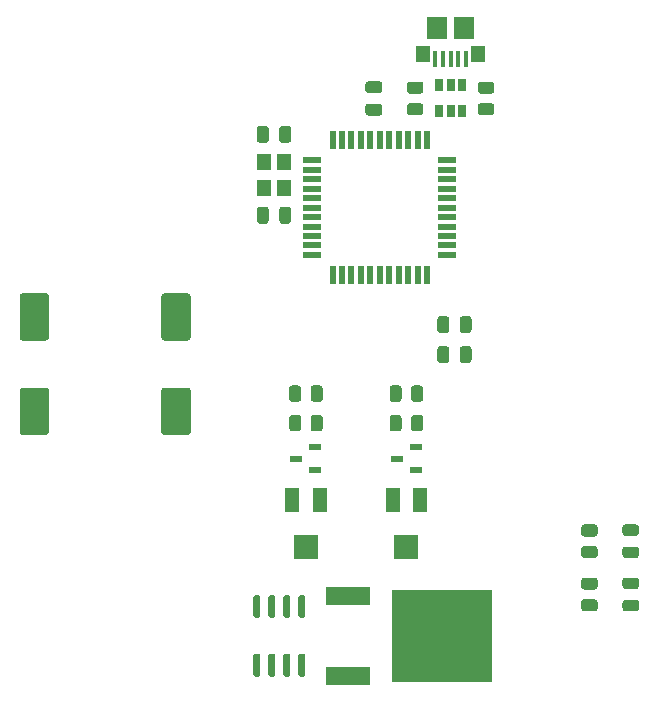
<source format=gbr>
%TF.GenerationSoftware,KiCad,Pcbnew,(5.1.8)-1*%
%TF.CreationDate,2021-08-18T00:45:11+02:00*%
%TF.ProjectId,Haubenblitzer_Treiber,48617562-656e-4626-9c69-747a65725f54,rev?*%
%TF.SameCoordinates,Original*%
%TF.FileFunction,Paste,Top*%
%TF.FilePolarity,Positive*%
%FSLAX46Y46*%
G04 Gerber Fmt 4.6, Leading zero omitted, Abs format (unit mm)*
G04 Created by KiCad (PCBNEW (5.1.8)-1) date 2021-08-18 00:45:11*
%MOMM*%
%LPD*%
G01*
G04 APERTURE LIST*
%ADD10R,0.650000X1.060000*%
%ADD11R,3.810000X1.650000*%
%ADD12R,8.510000X7.870000*%
%ADD13R,1.200000X1.400000*%
%ADD14R,1.300000X2.000000*%
%ADD15R,2.000000X2.000000*%
%ADD16R,1.000000X0.500000*%
%ADD17R,1.500000X0.550000*%
%ADD18R,0.550000X1.500000*%
%ADD19R,1.150000X1.450000*%
%ADD20R,1.750000X1.900000*%
%ADD21R,0.400000X1.400000*%
G04 APERTURE END LIST*
D10*
%TO.C,U5*%
X78250000Y-136400000D03*
X77300000Y-136400000D03*
X79200000Y-136400000D03*
X79200000Y-138600000D03*
X78250000Y-138600000D03*
X77300000Y-138600000D03*
%TD*%
%TO.C,U2*%
G36*
G01*
X65505000Y-184500000D02*
X65805000Y-184500000D01*
G75*
G02*
X65955000Y-184650000I0J-150000D01*
G01*
X65955000Y-186300000D01*
G75*
G02*
X65805000Y-186450000I-150000J0D01*
G01*
X65505000Y-186450000D01*
G75*
G02*
X65355000Y-186300000I0J150000D01*
G01*
X65355000Y-184650000D01*
G75*
G02*
X65505000Y-184500000I150000J0D01*
G01*
G37*
G36*
G01*
X64235000Y-184500000D02*
X64535000Y-184500000D01*
G75*
G02*
X64685000Y-184650000I0J-150000D01*
G01*
X64685000Y-186300000D01*
G75*
G02*
X64535000Y-186450000I-150000J0D01*
G01*
X64235000Y-186450000D01*
G75*
G02*
X64085000Y-186300000I0J150000D01*
G01*
X64085000Y-184650000D01*
G75*
G02*
X64235000Y-184500000I150000J0D01*
G01*
G37*
G36*
G01*
X62965000Y-184500000D02*
X63265000Y-184500000D01*
G75*
G02*
X63415000Y-184650000I0J-150000D01*
G01*
X63415000Y-186300000D01*
G75*
G02*
X63265000Y-186450000I-150000J0D01*
G01*
X62965000Y-186450000D01*
G75*
G02*
X62815000Y-186300000I0J150000D01*
G01*
X62815000Y-184650000D01*
G75*
G02*
X62965000Y-184500000I150000J0D01*
G01*
G37*
G36*
G01*
X61695000Y-184500000D02*
X61995000Y-184500000D01*
G75*
G02*
X62145000Y-184650000I0J-150000D01*
G01*
X62145000Y-186300000D01*
G75*
G02*
X61995000Y-186450000I-150000J0D01*
G01*
X61695000Y-186450000D01*
G75*
G02*
X61545000Y-186300000I0J150000D01*
G01*
X61545000Y-184650000D01*
G75*
G02*
X61695000Y-184500000I150000J0D01*
G01*
G37*
G36*
G01*
X61695000Y-179550000D02*
X61995000Y-179550000D01*
G75*
G02*
X62145000Y-179700000I0J-150000D01*
G01*
X62145000Y-181350000D01*
G75*
G02*
X61995000Y-181500000I-150000J0D01*
G01*
X61695000Y-181500000D01*
G75*
G02*
X61545000Y-181350000I0J150000D01*
G01*
X61545000Y-179700000D01*
G75*
G02*
X61695000Y-179550000I150000J0D01*
G01*
G37*
G36*
G01*
X62965000Y-179550000D02*
X63265000Y-179550000D01*
G75*
G02*
X63415000Y-179700000I0J-150000D01*
G01*
X63415000Y-181350000D01*
G75*
G02*
X63265000Y-181500000I-150000J0D01*
G01*
X62965000Y-181500000D01*
G75*
G02*
X62815000Y-181350000I0J150000D01*
G01*
X62815000Y-179700000D01*
G75*
G02*
X62965000Y-179550000I150000J0D01*
G01*
G37*
G36*
G01*
X64235000Y-179550000D02*
X64535000Y-179550000D01*
G75*
G02*
X64685000Y-179700000I0J-150000D01*
G01*
X64685000Y-181350000D01*
G75*
G02*
X64535000Y-181500000I-150000J0D01*
G01*
X64235000Y-181500000D01*
G75*
G02*
X64085000Y-181350000I0J150000D01*
G01*
X64085000Y-179700000D01*
G75*
G02*
X64235000Y-179550000I150000J0D01*
G01*
G37*
G36*
G01*
X65505000Y-179550000D02*
X65805000Y-179550000D01*
G75*
G02*
X65955000Y-179700000I0J-150000D01*
G01*
X65955000Y-181350000D01*
G75*
G02*
X65805000Y-181500000I-150000J0D01*
G01*
X65505000Y-181500000D01*
G75*
G02*
X65355000Y-181350000I0J150000D01*
G01*
X65355000Y-179700000D01*
G75*
G02*
X65505000Y-179550000I150000J0D01*
G01*
G37*
%TD*%
%TO.C,R9*%
G36*
G01*
X90450002Y-174600000D02*
X89549998Y-174600000D01*
G75*
G02*
X89300000Y-174350002I0J249998D01*
G01*
X89300000Y-173824998D01*
G75*
G02*
X89549998Y-173575000I249998J0D01*
G01*
X90450002Y-173575000D01*
G75*
G02*
X90700000Y-173824998I0J-249998D01*
G01*
X90700000Y-174350002D01*
G75*
G02*
X90450002Y-174600000I-249998J0D01*
G01*
G37*
G36*
G01*
X90450002Y-176425000D02*
X89549998Y-176425000D01*
G75*
G02*
X89300000Y-176175002I0J249998D01*
G01*
X89300000Y-175649998D01*
G75*
G02*
X89549998Y-175400000I249998J0D01*
G01*
X90450002Y-175400000D01*
G75*
G02*
X90700000Y-175649998I0J-249998D01*
G01*
X90700000Y-176175002D01*
G75*
G02*
X90450002Y-176425000I-249998J0D01*
G01*
G37*
%TD*%
%TO.C,R8*%
G36*
G01*
X90450002Y-179100000D02*
X89549998Y-179100000D01*
G75*
G02*
X89300000Y-178850002I0J249998D01*
G01*
X89300000Y-178324998D01*
G75*
G02*
X89549998Y-178075000I249998J0D01*
G01*
X90450002Y-178075000D01*
G75*
G02*
X90700000Y-178324998I0J-249998D01*
G01*
X90700000Y-178850002D01*
G75*
G02*
X90450002Y-179100000I-249998J0D01*
G01*
G37*
G36*
G01*
X90450002Y-180925000D02*
X89549998Y-180925000D01*
G75*
G02*
X89300000Y-180675002I0J249998D01*
G01*
X89300000Y-180149998D01*
G75*
G02*
X89549998Y-179900000I249998J0D01*
G01*
X90450002Y-179900000D01*
G75*
G02*
X90700000Y-180149998I0J-249998D01*
G01*
X90700000Y-180675002D01*
G75*
G02*
X90450002Y-180925000I-249998J0D01*
G01*
G37*
%TD*%
%TO.C,R7*%
G36*
G01*
X74100000Y-162049998D02*
X74100000Y-162950002D01*
G75*
G02*
X73850002Y-163200000I-249998J0D01*
G01*
X73324998Y-163200000D01*
G75*
G02*
X73075000Y-162950002I0J249998D01*
G01*
X73075000Y-162049998D01*
G75*
G02*
X73324998Y-161800000I249998J0D01*
G01*
X73850002Y-161800000D01*
G75*
G02*
X74100000Y-162049998I0J-249998D01*
G01*
G37*
G36*
G01*
X75925000Y-162049998D02*
X75925000Y-162950002D01*
G75*
G02*
X75675002Y-163200000I-249998J0D01*
G01*
X75149998Y-163200000D01*
G75*
G02*
X74900000Y-162950002I0J249998D01*
G01*
X74900000Y-162049998D01*
G75*
G02*
X75149998Y-161800000I249998J0D01*
G01*
X75675002Y-161800000D01*
G75*
G02*
X75925000Y-162049998I0J-249998D01*
G01*
G37*
%TD*%
%TO.C,R6*%
G36*
G01*
X74900000Y-165450002D02*
X74900000Y-164549998D01*
G75*
G02*
X75149998Y-164300000I249998J0D01*
G01*
X75675002Y-164300000D01*
G75*
G02*
X75925000Y-164549998I0J-249998D01*
G01*
X75925000Y-165450002D01*
G75*
G02*
X75675002Y-165700000I-249998J0D01*
G01*
X75149998Y-165700000D01*
G75*
G02*
X74900000Y-165450002I0J249998D01*
G01*
G37*
G36*
G01*
X73075000Y-165450002D02*
X73075000Y-164549998D01*
G75*
G02*
X73324998Y-164300000I249998J0D01*
G01*
X73850002Y-164300000D01*
G75*
G02*
X74100000Y-164549998I0J-249998D01*
G01*
X74100000Y-165450002D01*
G75*
G02*
X73850002Y-165700000I-249998J0D01*
G01*
X73324998Y-165700000D01*
G75*
G02*
X73075000Y-165450002I0J249998D01*
G01*
G37*
%TD*%
%TO.C,R5*%
G36*
G01*
X65600000Y-162049998D02*
X65600000Y-162950002D01*
G75*
G02*
X65350002Y-163200000I-249998J0D01*
G01*
X64824998Y-163200000D01*
G75*
G02*
X64575000Y-162950002I0J249998D01*
G01*
X64575000Y-162049998D01*
G75*
G02*
X64824998Y-161800000I249998J0D01*
G01*
X65350002Y-161800000D01*
G75*
G02*
X65600000Y-162049998I0J-249998D01*
G01*
G37*
G36*
G01*
X67425000Y-162049998D02*
X67425000Y-162950002D01*
G75*
G02*
X67175002Y-163200000I-249998J0D01*
G01*
X66649998Y-163200000D01*
G75*
G02*
X66400000Y-162950002I0J249998D01*
G01*
X66400000Y-162049998D01*
G75*
G02*
X66649998Y-161800000I249998J0D01*
G01*
X67175002Y-161800000D01*
G75*
G02*
X67425000Y-162049998I0J-249998D01*
G01*
G37*
%TD*%
%TO.C,R4*%
G36*
G01*
X66400000Y-165450002D02*
X66400000Y-164549998D01*
G75*
G02*
X66649998Y-164300000I249998J0D01*
G01*
X67175002Y-164300000D01*
G75*
G02*
X67425000Y-164549998I0J-249998D01*
G01*
X67425000Y-165450002D01*
G75*
G02*
X67175002Y-165700000I-249998J0D01*
G01*
X66649998Y-165700000D01*
G75*
G02*
X66400000Y-165450002I0J249998D01*
G01*
G37*
G36*
G01*
X64575000Y-165450002D02*
X64575000Y-164549998D01*
G75*
G02*
X64824998Y-164300000I249998J0D01*
G01*
X65350002Y-164300000D01*
G75*
G02*
X65600000Y-164549998I0J-249998D01*
G01*
X65600000Y-165450002D01*
G75*
G02*
X65350002Y-165700000I-249998J0D01*
G01*
X64824998Y-165700000D01*
G75*
G02*
X64575000Y-165450002I0J249998D01*
G01*
G37*
%TD*%
%TO.C,D2*%
G36*
G01*
X93956250Y-174550000D02*
X93043750Y-174550000D01*
G75*
G02*
X92800000Y-174306250I0J243750D01*
G01*
X92800000Y-173818750D01*
G75*
G02*
X93043750Y-173575000I243750J0D01*
G01*
X93956250Y-173575000D01*
G75*
G02*
X94200000Y-173818750I0J-243750D01*
G01*
X94200000Y-174306250D01*
G75*
G02*
X93956250Y-174550000I-243750J0D01*
G01*
G37*
G36*
G01*
X93956250Y-176425000D02*
X93043750Y-176425000D01*
G75*
G02*
X92800000Y-176181250I0J243750D01*
G01*
X92800000Y-175693750D01*
G75*
G02*
X93043750Y-175450000I243750J0D01*
G01*
X93956250Y-175450000D01*
G75*
G02*
X94200000Y-175693750I0J-243750D01*
G01*
X94200000Y-176181250D01*
G75*
G02*
X93956250Y-176425000I-243750J0D01*
G01*
G37*
%TD*%
%TO.C,D1*%
G36*
G01*
X93956250Y-179050000D02*
X93043750Y-179050000D01*
G75*
G02*
X92800000Y-178806250I0J243750D01*
G01*
X92800000Y-178318750D01*
G75*
G02*
X93043750Y-178075000I243750J0D01*
G01*
X93956250Y-178075000D01*
G75*
G02*
X94200000Y-178318750I0J-243750D01*
G01*
X94200000Y-178806250D01*
G75*
G02*
X93956250Y-179050000I-243750J0D01*
G01*
G37*
G36*
G01*
X93956250Y-180925000D02*
X93043750Y-180925000D01*
G75*
G02*
X92800000Y-180681250I0J243750D01*
G01*
X92800000Y-180193750D01*
G75*
G02*
X93043750Y-179950000I243750J0D01*
G01*
X93956250Y-179950000D01*
G75*
G02*
X94200000Y-180193750I0J-243750D01*
G01*
X94200000Y-180681250D01*
G75*
G02*
X93956250Y-180925000I-243750J0D01*
G01*
G37*
%TD*%
%TO.C,C2*%
G36*
G01*
X42000000Y-162000000D02*
X44000000Y-162000000D01*
G75*
G02*
X44250000Y-162250000I0J-250000D01*
G01*
X44250000Y-165750000D01*
G75*
G02*
X44000000Y-166000000I-250000J0D01*
G01*
X42000000Y-166000000D01*
G75*
G02*
X41750000Y-165750000I0J250000D01*
G01*
X41750000Y-162250000D01*
G75*
G02*
X42000000Y-162000000I250000J0D01*
G01*
G37*
G36*
G01*
X42000000Y-154000000D02*
X44000000Y-154000000D01*
G75*
G02*
X44250000Y-154250000I0J-250000D01*
G01*
X44250000Y-157750000D01*
G75*
G02*
X44000000Y-158000000I-250000J0D01*
G01*
X42000000Y-158000000D01*
G75*
G02*
X41750000Y-157750000I0J250000D01*
G01*
X41750000Y-154250000D01*
G75*
G02*
X42000000Y-154000000I250000J0D01*
G01*
G37*
%TD*%
%TO.C,C1*%
G36*
G01*
X54000000Y-162000000D02*
X56000000Y-162000000D01*
G75*
G02*
X56250000Y-162250000I0J-250000D01*
G01*
X56250000Y-165750000D01*
G75*
G02*
X56000000Y-166000000I-250000J0D01*
G01*
X54000000Y-166000000D01*
G75*
G02*
X53750000Y-165750000I0J250000D01*
G01*
X53750000Y-162250000D01*
G75*
G02*
X54000000Y-162000000I250000J0D01*
G01*
G37*
G36*
G01*
X54000000Y-154000000D02*
X56000000Y-154000000D01*
G75*
G02*
X56250000Y-154250000I0J-250000D01*
G01*
X56250000Y-157750000D01*
G75*
G02*
X56000000Y-158000000I-250000J0D01*
G01*
X54000000Y-158000000D01*
G75*
G02*
X53750000Y-157750000I0J250000D01*
G01*
X53750000Y-154250000D01*
G75*
G02*
X54000000Y-154000000I250000J0D01*
G01*
G37*
%TD*%
D11*
%TO.C,R1*%
X69595000Y-186365000D03*
D12*
X77535000Y-183000000D03*
D11*
X69595000Y-179635000D03*
%TD*%
D13*
%TO.C,Y1*%
X62445000Y-145100000D03*
X62445000Y-142900000D03*
X64145000Y-142900000D03*
X64145000Y-145100000D03*
%TD*%
D14*
%TO.C,RV2*%
X75650000Y-171500000D03*
D15*
X74500000Y-175500000D03*
D14*
X73350000Y-171500000D03*
%TD*%
%TO.C,RV1*%
X67150000Y-171500000D03*
D15*
X66000000Y-175500000D03*
D14*
X64850000Y-171500000D03*
%TD*%
D16*
%TO.C,Q2*%
X75300000Y-167000000D03*
X75300000Y-169000000D03*
X73700000Y-168000000D03*
%TD*%
%TO.C,Q1*%
X66800000Y-167000000D03*
X66800000Y-169000000D03*
X65200000Y-168000000D03*
%TD*%
D17*
%TO.C,U1*%
X77950000Y-142750000D03*
X77950000Y-143550000D03*
X77950000Y-144350000D03*
X77950000Y-145150000D03*
X77950000Y-145950000D03*
X77950000Y-146750000D03*
X77950000Y-147550000D03*
X77950000Y-148350000D03*
X77950000Y-149150000D03*
X77950000Y-149950000D03*
X77950000Y-150750000D03*
D18*
X76250000Y-152450000D03*
X75450000Y-152450000D03*
X74650000Y-152450000D03*
X73850000Y-152450000D03*
X73050000Y-152450000D03*
X72250000Y-152450000D03*
X71450000Y-152450000D03*
X70650000Y-152450000D03*
X69850000Y-152450000D03*
X69050000Y-152450000D03*
X68250000Y-152450000D03*
D17*
X66550000Y-150750000D03*
X66550000Y-149950000D03*
X66550000Y-149150000D03*
X66550000Y-148350000D03*
X66550000Y-147550000D03*
X66550000Y-146750000D03*
X66550000Y-145950000D03*
X66550000Y-145150000D03*
X66550000Y-144350000D03*
X66550000Y-143550000D03*
X66550000Y-142750000D03*
D18*
X68250000Y-141050000D03*
X69050000Y-141050000D03*
X69850000Y-141050000D03*
X70650000Y-141050000D03*
X71450000Y-141050000D03*
X72250000Y-141050000D03*
X73050000Y-141050000D03*
X73850000Y-141050000D03*
X74650000Y-141050000D03*
X75450000Y-141050000D03*
X76250000Y-141050000D03*
%TD*%
%TO.C,R3*%
G36*
G01*
X80799998Y-137900000D02*
X81700002Y-137900000D01*
G75*
G02*
X81950000Y-138149998I0J-249998D01*
G01*
X81950000Y-138675002D01*
G75*
G02*
X81700002Y-138925000I-249998J0D01*
G01*
X80799998Y-138925000D01*
G75*
G02*
X80550000Y-138675002I0J249998D01*
G01*
X80550000Y-138149998D01*
G75*
G02*
X80799998Y-137900000I249998J0D01*
G01*
G37*
G36*
G01*
X80799998Y-136075000D02*
X81700002Y-136075000D01*
G75*
G02*
X81950000Y-136324998I0J-249998D01*
G01*
X81950000Y-136850002D01*
G75*
G02*
X81700002Y-137100000I-249998J0D01*
G01*
X80799998Y-137100000D01*
G75*
G02*
X80550000Y-136850002I0J249998D01*
G01*
X80550000Y-136324998D01*
G75*
G02*
X80799998Y-136075000I249998J0D01*
G01*
G37*
%TD*%
%TO.C,R2*%
G36*
G01*
X75700002Y-137100000D02*
X74799998Y-137100000D01*
G75*
G02*
X74550000Y-136850002I0J249998D01*
G01*
X74550000Y-136324998D01*
G75*
G02*
X74799998Y-136075000I249998J0D01*
G01*
X75700002Y-136075000D01*
G75*
G02*
X75950000Y-136324998I0J-249998D01*
G01*
X75950000Y-136850002D01*
G75*
G02*
X75700002Y-137100000I-249998J0D01*
G01*
G37*
G36*
G01*
X75700002Y-138925000D02*
X74799998Y-138925000D01*
G75*
G02*
X74550000Y-138675002I0J249998D01*
G01*
X74550000Y-138149998D01*
G75*
G02*
X74799998Y-137900000I249998J0D01*
G01*
X75700002Y-137900000D01*
G75*
G02*
X75950000Y-138149998I0J-249998D01*
G01*
X75950000Y-138675002D01*
G75*
G02*
X75700002Y-138925000I-249998J0D01*
G01*
G37*
%TD*%
D19*
%TO.C,J2*%
X80570000Y-133780000D03*
X75930000Y-133780000D03*
D20*
X79375000Y-131550000D03*
D21*
X78250000Y-134200000D03*
X77600000Y-134200000D03*
X76950000Y-134200000D03*
X79550000Y-134200000D03*
X78900000Y-134200000D03*
D20*
X77125000Y-131550000D03*
%TD*%
%TO.C,C5*%
G36*
G01*
X71275000Y-137950000D02*
X72225000Y-137950000D01*
G75*
G02*
X72475000Y-138200000I0J-250000D01*
G01*
X72475000Y-138700000D01*
G75*
G02*
X72225000Y-138950000I-250000J0D01*
G01*
X71275000Y-138950000D01*
G75*
G02*
X71025000Y-138700000I0J250000D01*
G01*
X71025000Y-138200000D01*
G75*
G02*
X71275000Y-137950000I250000J0D01*
G01*
G37*
G36*
G01*
X71275000Y-136050000D02*
X72225000Y-136050000D01*
G75*
G02*
X72475000Y-136300000I0J-250000D01*
G01*
X72475000Y-136800000D01*
G75*
G02*
X72225000Y-137050000I-250000J0D01*
G01*
X71275000Y-137050000D01*
G75*
G02*
X71025000Y-136800000I0J250000D01*
G01*
X71025000Y-136300000D01*
G75*
G02*
X71275000Y-136050000I250000J0D01*
G01*
G37*
%TD*%
%TO.C,C7*%
G36*
G01*
X63745000Y-141030000D02*
X63745000Y-140080000D01*
G75*
G02*
X63995000Y-139830000I250000J0D01*
G01*
X64495000Y-139830000D01*
G75*
G02*
X64745000Y-140080000I0J-250000D01*
G01*
X64745000Y-141030000D01*
G75*
G02*
X64495000Y-141280000I-250000J0D01*
G01*
X63995000Y-141280000D01*
G75*
G02*
X63745000Y-141030000I0J250000D01*
G01*
G37*
G36*
G01*
X61845000Y-141030000D02*
X61845000Y-140080000D01*
G75*
G02*
X62095000Y-139830000I250000J0D01*
G01*
X62595000Y-139830000D01*
G75*
G02*
X62845000Y-140080000I0J-250000D01*
G01*
X62845000Y-141030000D01*
G75*
G02*
X62595000Y-141280000I-250000J0D01*
G01*
X62095000Y-141280000D01*
G75*
G02*
X61845000Y-141030000I0J250000D01*
G01*
G37*
%TD*%
%TO.C,C6*%
G36*
G01*
X63745000Y-147875000D02*
X63745000Y-146925000D01*
G75*
G02*
X63995000Y-146675000I250000J0D01*
G01*
X64495000Y-146675000D01*
G75*
G02*
X64745000Y-146925000I0J-250000D01*
G01*
X64745000Y-147875000D01*
G75*
G02*
X64495000Y-148125000I-250000J0D01*
G01*
X63995000Y-148125000D01*
G75*
G02*
X63745000Y-147875000I0J250000D01*
G01*
G37*
G36*
G01*
X61845000Y-147875000D02*
X61845000Y-146925000D01*
G75*
G02*
X62095000Y-146675000I250000J0D01*
G01*
X62595000Y-146675000D01*
G75*
G02*
X62845000Y-146925000I0J-250000D01*
G01*
X62845000Y-147875000D01*
G75*
G02*
X62595000Y-148125000I-250000J0D01*
G01*
X62095000Y-148125000D01*
G75*
G02*
X61845000Y-147875000I0J250000D01*
G01*
G37*
%TD*%
%TO.C,C4*%
G36*
G01*
X78125000Y-156175000D02*
X78125000Y-157125000D01*
G75*
G02*
X77875000Y-157375000I-250000J0D01*
G01*
X77375000Y-157375000D01*
G75*
G02*
X77125000Y-157125000I0J250000D01*
G01*
X77125000Y-156175000D01*
G75*
G02*
X77375000Y-155925000I250000J0D01*
G01*
X77875000Y-155925000D01*
G75*
G02*
X78125000Y-156175000I0J-250000D01*
G01*
G37*
G36*
G01*
X80025000Y-156175000D02*
X80025000Y-157125000D01*
G75*
G02*
X79775000Y-157375000I-250000J0D01*
G01*
X79275000Y-157375000D01*
G75*
G02*
X79025000Y-157125000I0J250000D01*
G01*
X79025000Y-156175000D01*
G75*
G02*
X79275000Y-155925000I250000J0D01*
G01*
X79775000Y-155925000D01*
G75*
G02*
X80025000Y-156175000I0J-250000D01*
G01*
G37*
%TD*%
%TO.C,C3*%
G36*
G01*
X78125000Y-158715000D02*
X78125000Y-159665000D01*
G75*
G02*
X77875000Y-159915000I-250000J0D01*
G01*
X77375000Y-159915000D01*
G75*
G02*
X77125000Y-159665000I0J250000D01*
G01*
X77125000Y-158715000D01*
G75*
G02*
X77375000Y-158465000I250000J0D01*
G01*
X77875000Y-158465000D01*
G75*
G02*
X78125000Y-158715000I0J-250000D01*
G01*
G37*
G36*
G01*
X80025000Y-158715000D02*
X80025000Y-159665000D01*
G75*
G02*
X79775000Y-159915000I-250000J0D01*
G01*
X79275000Y-159915000D01*
G75*
G02*
X79025000Y-159665000I0J250000D01*
G01*
X79025000Y-158715000D01*
G75*
G02*
X79275000Y-158465000I250000J0D01*
G01*
X79775000Y-158465000D01*
G75*
G02*
X80025000Y-158715000I0J-250000D01*
G01*
G37*
%TD*%
M02*

</source>
